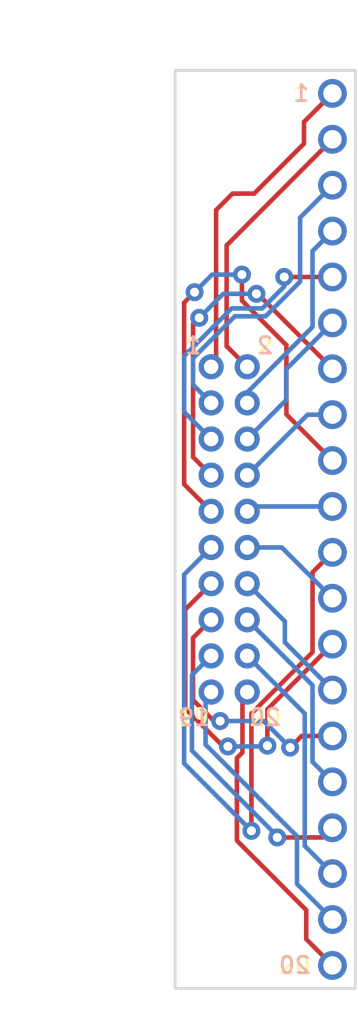
<source format=kicad_pcb>
(kicad_pcb (version 20171130) (host pcbnew "(5.1.6)-1")

  (general
    (thickness 1.6)
    (drawings 20)
    (tracks 114)
    (zones 0)
    (modules 4)
    (nets 21)
  )

  (page A4)
  (layers
    (0 F.Cu signal)
    (31 B.Cu signal)
    (32 B.Adhes user)
    (33 F.Adhes user)
    (34 B.Paste user)
    (35 F.Paste user)
    (36 B.SilkS user)
    (37 F.SilkS user)
    (38 B.Mask user)
    (39 F.Mask user)
    (40 Dwgs.User user)
    (41 Cmts.User user)
    (42 Eco1.User user)
    (43 Eco2.User user)
    (44 Edge.Cuts user)
    (45 Margin user)
    (46 B.CrtYd user)
    (47 F.CrtYd user)
    (48 B.Fab user)
    (49 F.Fab user)
  )

  (setup
    (last_trace_width 0.254)
    (trace_clearance 0.1778)
    (zone_clearance 0.508)
    (zone_45_only no)
    (trace_min 0.15494)
    (via_size 1)
    (via_drill 0.5)
    (via_min_size 0.4)
    (via_min_drill 0.3)
    (uvia_size 0.3)
    (uvia_drill 0.1)
    (uvias_allowed no)
    (uvia_min_size 0.2)
    (uvia_min_drill 0.1)
    (edge_width 0.15)
    (segment_width 0.15)
    (pcb_text_width 0.3)
    (pcb_text_size 1.5 1.5)
    (mod_edge_width 0.15)
    (mod_text_size 1 1)
    (mod_text_width 0.15)
    (pad_size 1.524 1.524)
    (pad_drill 0.762)
    (pad_to_mask_clearance 0.2)
    (aux_axis_origin 0 0)
    (visible_elements 7FFFFF7F)
    (pcbplotparams
      (layerselection 0x010f0_ffffffff)
      (usegerberextensions true)
      (usegerberattributes false)
      (usegerberadvancedattributes false)
      (creategerberjobfile false)
      (excludeedgelayer true)
      (linewidth 0.100000)
      (plotframeref false)
      (viasonmask false)
      (mode 1)
      (useauxorigin false)
      (hpglpennumber 1)
      (hpglpenspeed 20)
      (hpglpendiameter 15.000000)
      (psnegative false)
      (psa4output false)
      (plotreference true)
      (plotvalue true)
      (plotinvisibletext false)
      (padsonsilk false)
      (subtractmaskfromsilk true)
      (outputformat 1)
      (mirror false)
      (drillshape 0)
      (scaleselection 1)
      (outputdirectory "gerber/"))
  )

  (net 0 "")
  (net 1 /1)
  (net 2 /2)
  (net 3 /3)
  (net 4 /4)
  (net 5 /5)
  (net 6 /6)
  (net 7 /7)
  (net 8 /8)
  (net 9 /9)
  (net 10 /10)
  (net 11 /11)
  (net 12 /12)
  (net 13 /13)
  (net 14 /14)
  (net 15 /15)
  (net 16 /16)
  (net 17 /17)
  (net 18 /18)
  (net 19 /19)
  (net 20 /20)

  (net_class Default "これはデフォルトのネット クラスです。"
    (clearance 0.1778)
    (trace_width 0.254)
    (via_dia 1)
    (via_drill 0.5)
    (uvia_dia 0.3)
    (uvia_drill 0.1)
    (add_net /1)
    (add_net /10)
    (add_net /11)
    (add_net /12)
    (add_net /13)
    (add_net /14)
    (add_net /15)
    (add_net /16)
    (add_net /17)
    (add_net /18)
    (add_net /19)
    (add_net /2)
    (add_net /20)
    (add_net /3)
    (add_net /4)
    (add_net /5)
    (add_net /6)
    (add_net /7)
    (add_net /8)
    (add_net /9)
  )

  (module MountingHole:MountingHole_3.2mm_M3 (layer F.Cu) (tedit 56D1B4CB) (tstamp 5F310221)
    (at 53.5 159.8)
    (descr "Mounting Hole 3.2mm, no annular, M3")
    (tags "mounting hole 3.2mm no annular m3")
    (path /5F313C83)
    (attr virtual)
    (fp_text reference H1 (at 0 -4.2) (layer Dwgs.User) hide
      (effects (font (size 1 1) (thickness 0.15)))
    )
    (fp_text value MountingHole (at 0 4.2) (layer F.Fab) hide
      (effects (font (size 1 1) (thickness 0.15)))
    )
    (fp_circle (center 0 0) (end 3.2 0) (layer Cmts.User) (width 0.15))
    (fp_circle (center 0 0) (end 3.45 0) (layer F.CrtYd) (width 0.05))
    (fp_text user %R (at 0.3 0) (layer F.Fab)
      (effects (font (size 1 1) (thickness 0.15)))
    )
    (pad 1 np_thru_hole circle (at 0 0) (size 3.2 3.2) (drill 3.2) (layers *.Cu *.Mask))
  )

  (module MountingHole:MountingHole_3.2mm_M3 (layer F.Cu) (tedit 56D1B4CB) (tstamp 5F310229)
    (at 53.5 114.8)
    (descr "Mounting Hole 3.2mm, no annular, M3")
    (tags "mounting hole 3.2mm no annular m3")
    (path /5F314128)
    (attr virtual)
    (fp_text reference H2 (at 0 -4.2) (layer Dwgs.User) hide
      (effects (font (size 1 1) (thickness 0.15)))
    )
    (fp_text value MountingHole (at 0 4.2) (layer F.Fab) hide
      (effects (font (size 1 1) (thickness 0.15)))
    )
    (fp_circle (center 0 0) (end 3.45 0) (layer F.CrtYd) (width 0.05))
    (fp_circle (center 0 0) (end 3.2 0) (layer Cmts.User) (width 0.15))
    (fp_text user %R (at 0.3 0) (layer F.Fab)
      (effects (font (size 1 1) (thickness 0.15)))
    )
    (pad 1 np_thru_hole circle (at 0 0) (size 3.2 3.2) (drill 3.2) (layers *.Cu *.Mask))
  )

  (module user:USER_DIL_2mm_10X2_NoSilk (layer F.Cu) (tedit 5F30ECEC) (tstamp 5F3112CA)
    (at 53 137.3)
    (path /5C2842FE)
    (fp_text reference J1 (at 0 -11 unlocked) (layer Dwgs.User) hide
      (effects (font (size 1.016 1.016) (thickness 0.1778)))
    )
    (fp_text value 2.00_2x10P (at 0 11 unlocked) (layer Dwgs.User) hide
      (effects (font (size 0.9144 0.9144) (thickness 0.1524)))
    )
    (fp_line (start -2.75 13.67) (end 2.75 13.67) (layer Dwgs.User) (width 0.15))
    (fp_line (start -2.75 -13.67) (end -2.75 13.67) (layer Dwgs.User) (width 0.15))
    (fp_line (start 2.75 -13.67) (end -2.75 -13.67) (layer Dwgs.User) (width 0.15))
    (fp_line (start 2.75 13.67) (end 2.75 -13.67) (layer Dwgs.User) (width 0.15))
    (pad 1 thru_hole circle (at -1 -9) (size 1.4 1.4) (drill 0.8) (layers *.Cu *.Mask)
      (net 1 /1))
    (pad 2 thru_hole circle (at 1 -9) (size 1.4 1.4) (drill 0.8) (layers *.Cu *.Mask)
      (net 2 /2))
    (pad 5 thru_hole circle (at -1 -5) (size 1.4 1.4) (drill 0.8) (layers *.Cu *.Mask)
      (net 5 /5))
    (pad 6 thru_hole circle (at 1 -5) (size 1.4 1.4) (drill 0.8) (layers *.Cu *.Mask)
      (net 6 /6))
    (pad 3 thru_hole circle (at -1 -7) (size 1.4 1.4) (drill 0.8) (layers *.Cu *.Mask)
      (net 3 /3))
    (pad 4 thru_hole circle (at 1 -7) (size 1.4 1.4) (drill 0.8) (layers *.Cu *.Mask)
      (net 4 /4))
    (pad 7 thru_hole circle (at -1 -3) (size 1.4 1.4) (drill 0.8) (layers *.Cu *.Mask)
      (net 7 /7))
    (pad 8 thru_hole circle (at 1 -3) (size 1.4 1.4) (drill 0.8) (layers *.Cu *.Mask)
      (net 8 /8))
    (pad 9 thru_hole circle (at -1 -1) (size 1.4 1.4) (drill 0.8) (layers *.Cu *.Mask)
      (net 9 /9))
    (pad 10 thru_hole circle (at 1 -1) (size 1.4 1.4) (drill 0.8) (layers *.Cu *.Mask)
      (net 10 /10))
    (pad 11 thru_hole circle (at -1 1) (size 1.4 1.4) (drill 0.8) (layers *.Cu *.Mask)
      (net 11 /11))
    (pad 12 thru_hole circle (at 1 1) (size 1.4 1.4) (drill 0.8) (layers *.Cu *.Mask)
      (net 12 /12))
    (pad 13 thru_hole circle (at -1 3) (size 1.4 1.4) (drill 0.8) (layers *.Cu *.Mask)
      (net 13 /13))
    (pad 14 thru_hole circle (at 1 3) (size 1.4 1.4) (drill 0.8) (layers *.Cu *.Mask)
      (net 14 /14))
    (pad 15 thru_hole circle (at -1 5) (size 1.4 1.4) (drill 0.8) (layers *.Cu *.Mask)
      (net 15 /15))
    (pad 16 thru_hole circle (at 1 5) (size 1.4 1.4) (drill 0.8) (layers *.Cu *.Mask)
      (net 16 /16))
    (pad 17 thru_hole circle (at -1 7) (size 1.4 1.4) (drill 0.8) (layers *.Cu *.Mask)
      (net 17 /17))
    (pad 18 thru_hole circle (at 1 7) (size 1.4 1.4) (drill 0.8) (layers *.Cu *.Mask)
      (net 18 /18))
    (pad 19 thru_hole circle (at -1 9) (size 1.4 1.4) (drill 0.8) (layers *.Cu *.Mask)
      (net 19 /19))
    (pad 20 thru_hole circle (at 1 9) (size 1.4 1.4) (drill 0.8) (layers *.Cu *.Mask)
      (net 20 /20))
  )

  (module user:USER_SIL-20_NoSilk (layer F.Cu) (tedit 5E808356) (tstamp 5F3112E5)
    (at 58.73 137.3 270)
    (descr "Connecteur 3 pins")
    (tags "CONN DEV")
    (path /5C285000)
    (fp_text reference J2 (at 0 -2.54 90 unlocked) (layer F.SilkS) hide
      (effects (font (size 1.016 1.016) (thickness 0.1778)))
    )
    (fp_text value 2.54_1x20P (at 0 2.54 90) (layer Dwgs.User) hide
      (effects (font (size 1.016 1.016) (thickness 0.1778)))
    )
    (fp_line (start 25.4 1.27) (end -25.4 1.27) (layer Dwgs.User) (width 0.3048))
    (fp_line (start 25.4 -1.27) (end 25.4 1.27) (layer Dwgs.User) (width 0.3048))
    (fp_line (start -25.4 -1.27) (end 25.4 -1.27) (layer Dwgs.User) (width 0.3048))
    (fp_line (start -25.4 1.27) (end -25.4 -1.27) (layer Dwgs.User) (width 0.3048))
    (pad 14 thru_hole circle (at 8.89 0 270) (size 1.6 1.6) (drill 1.02) (layers *.Cu *.Mask)
      (net 14 /14))
    (pad 13 thru_hole circle (at 6.35 0 270) (size 1.6 1.6) (drill 1.02) (layers *.Cu *.Mask)
      (net 13 /13))
    (pad 12 thru_hole circle (at 3.81 0 270) (size 1.6 1.6) (drill 1.02) (layers *.Cu *.Mask)
      (net 12 /12))
    (pad 11 thru_hole circle (at 1.27 0 270) (size 1.6 1.6) (drill 1.02) (layers *.Cu *.Mask)
      (net 11 /11))
    (pad 2 thru_hole circle (at -21.59 0 270) (size 1.6 1.6) (drill 1.02) (layers *.Cu *.Mask)
      (net 2 /2))
    (pad 3 thru_hole circle (at -19.05 0 270) (size 1.6 1.6) (drill 1.02) (layers *.Cu *.Mask)
      (net 3 /3))
    (pad 4 thru_hole circle (at -16.51 0 270) (size 1.6 1.6) (drill 1.02) (layers *.Cu *.Mask)
      (net 4 /4))
    (pad 5 thru_hole circle (at -13.97 0 270) (size 1.6 1.6) (drill 1.02) (layers *.Cu *.Mask)
      (net 5 /5))
    (pad 6 thru_hole circle (at -11.43 0 270) (size 1.6 1.6) (drill 1.02) (layers *.Cu *.Mask)
      (net 6 /6))
    (pad 7 thru_hole circle (at -8.89 0 270) (size 1.6 1.6) (drill 1.02) (layers *.Cu *.Mask)
      (net 7 /7))
    (pad 1 thru_hole circle (at -24.13 0 270) (size 1.6 1.6) (drill 1.02) (layers *.Cu *.Mask)
      (net 1 /1))
    (pad 8 thru_hole circle (at -6.35 0 270) (size 1.6 1.6) (drill 1.02) (layers *.Cu *.Mask)
      (net 8 /8))
    (pad 9 thru_hole circle (at -3.81 0 270) (size 1.6 1.6) (drill 1.02) (layers *.Cu *.Mask)
      (net 9 /9))
    (pad 10 thru_hole circle (at -1.27 0 270) (size 1.6 1.6) (drill 1.02) (layers *.Cu *.Mask)
      (net 10 /10))
    (pad 15 thru_hole circle (at 11.43 0 270) (size 1.6 1.6) (drill 1.02) (layers *.Cu *.Mask)
      (net 15 /15))
    (pad 16 thru_hole circle (at 13.97 0 270) (size 1.6 1.6) (drill 1.02) (layers *.Cu *.Mask)
      (net 16 /16))
    (pad 17 thru_hole circle (at 16.51 0 270) (size 1.6 1.6) (drill 1.02) (layers *.Cu *.Mask)
      (net 17 /17))
    (pad 18 thru_hole circle (at 19.05 0 270) (size 1.6 1.6) (drill 1.02) (layers *.Cu *.Mask)
      (net 18 /18))
    (pad 19 thru_hole circle (at 21.59 0 270) (size 1.6 1.6) (drill 1.02) (layers *.Cu *.Mask)
      (net 19 /19))
    (pad 20 thru_hole circle (at 24.13 0 270) (size 1.6 1.6) (drill 1.02) (layers *.Cu *.Mask)
      (net 20 /20))
  )

  (dimension 3.500357 (width 0.15) (layer Dwgs.User)
    (gr_text "3.500 mm" (at 51.671034 165.302576 359.1815445) (layer Dwgs.User)
      (effects (font (size 1 1) (thickness 0.15)))
    )
    (feature1 (pts (xy 53.5 159.8) (xy 53.431228 164.61407)))
    (feature2 (pts (xy 50 159.75) (xy 49.931228 164.56407)))
    (crossbar (pts (xy 49.939604 163.977709) (xy 53.439604 164.027709)))
    (arrow1a (pts (xy 53.439604 164.027709) (xy 52.304839 164.597979)))
    (arrow1b (pts (xy 53.439604 164.027709) (xy 52.321592 163.425257)))
    (arrow2a (pts (xy 49.939604 163.977709) (xy 51.057616 164.580161)))
    (arrow2b (pts (xy 49.939604 163.977709) (xy 51.074369 163.407439)))
  )
  (dimension 10 (width 0.15) (layer Dwgs.User)
    (gr_text "10.000 mm" (at 55 108.700001) (layer Dwgs.User)
      (effects (font (size 1 1) (thickness 0.15)))
    )
    (feature1 (pts (xy 50 111.9) (xy 50 109.41358)))
    (feature2 (pts (xy 60 111.9) (xy 60 109.41358)))
    (crossbar (pts (xy 60 110.000001) (xy 50 110.000001)))
    (arrow1a (pts (xy 50 110.000001) (xy 51.126504 109.41358)))
    (arrow1b (pts (xy 50 110.000001) (xy 51.126504 110.586422)))
    (arrow2a (pts (xy 60 110.000001) (xy 58.873496 109.41358)))
    (arrow2b (pts (xy 60 110.000001) (xy 58.873496 110.586422)))
  )
  (dimension 45 (width 0.15) (layer Dwgs.User)
    (gr_text "45.000 mm" (at 47.200001 137.3 270) (layer Dwgs.User)
      (effects (font (size 1 1) (thickness 0.15)))
    )
    (feature1 (pts (xy 53.5 159.8) (xy 47.91358 159.8)))
    (feature2 (pts (xy 53.5 114.8) (xy 47.91358 114.8)))
    (crossbar (pts (xy 48.500001 114.8) (xy 48.500001 159.8)))
    (arrow1a (pts (xy 48.500001 159.8) (xy 47.91358 158.673496)))
    (arrow1b (pts (xy 48.500001 159.8) (xy 49.086422 158.673496)))
    (arrow2a (pts (xy 48.500001 114.8) (xy 47.91358 115.926504)))
    (arrow2b (pts (xy 48.500001 114.8) (xy 49.086422 115.926504)))
  )
  (dimension 50.8 (width 0.15) (layer Dwgs.User)
    (gr_text "50.800 mm" (at 43.950001 137.3 270) (layer Dwgs.User)
      (effects (font (size 1 1) (thickness 0.15)))
    )
    (feature1 (pts (xy 50 162.7) (xy 44.66358 162.7)))
    (feature2 (pts (xy 50 111.9) (xy 44.66358 111.9)))
    (crossbar (pts (xy 45.250001 111.9) (xy 45.250001 162.7)))
    (arrow1a (pts (xy 45.250001 162.7) (xy 44.66358 161.573496)))
    (arrow1b (pts (xy 45.250001 162.7) (xy 45.836422 161.573496)))
    (arrow2a (pts (xy 45.250001 111.9) (xy 44.66358 113.026504)))
    (arrow2b (pts (xy 45.250001 111.9) (xy 45.836422 113.026504)))
  )
  (gr_line (start 50 111.9) (end 50 162.7) (angle 90) (layer Edge.Cuts) (width 0.15) (tstamp 5C285847))
  (gr_line (start 50 162.7) (end 60 162.7) (angle 90) (layer Edge.Cuts) (width 0.15) (tstamp 5C285846))
  (gr_line (start 60 162.7) (end 60 111.9) (angle 90) (layer Edge.Cuts) (width 0.15) (tstamp 5C285845))
  (gr_line (start 60 111.9) (end 50 111.9) (angle 90) (layer Edge.Cuts) (width 0.15) (tstamp 5F3102C2))
  (gr_text 1 (at 51 127.127) (layer F.SilkS) (tstamp 5C285843)
    (effects (font (size 0.9144 0.9144) (thickness 0.1524)))
  )
  (gr_text 2 (at 54.991 127.127) (layer F.SilkS) (tstamp 5C285842)
    (effects (font (size 0.9144 0.9144) (thickness 0.1524)))
  )
  (gr_text 19 (at 51 147.701) (layer F.SilkS) (tstamp 5C285841)
    (effects (font (size 0.9144 0.9144) (thickness 0.1524)))
  )
  (gr_text 20 (at 55 147.701) (layer F.SilkS) (tstamp 5C285840)
    (effects (font (size 0.9144 0.9144) (thickness 0.1524)))
  )
  (gr_text 1 (at 57 113.157) (layer F.SilkS) (tstamp 5C28583F)
    (effects (font (size 0.9144 0.9144) (thickness 0.1524)))
  )
  (gr_text 20 (at 56.642 161.417) (layer F.SilkS) (tstamp 5C28583E)
    (effects (font (size 0.9144 0.9144) (thickness 0.1524)))
  )
  (gr_text 1 (at 57 113.157) (layer B.SilkS) (tstamp 5C28583D)
    (effects (font (size 0.9144 0.9144) (thickness 0.1524)) (justify mirror))
  )
  (gr_text 20 (at 56.642 161.417) (layer B.SilkS) (tstamp 5C28583C)
    (effects (font (size 0.9144 0.9144) (thickness 0.1524)) (justify mirror))
  )
  (gr_text 2 (at 54.991 127.127) (layer B.SilkS) (tstamp 5C28583B)
    (effects (font (size 0.9144 0.9144) (thickness 0.1524)) (justify mirror))
  )
  (gr_text 1 (at 51 127.127) (layer B.SilkS) (tstamp 5C28583A)
    (effects (font (size 0.9144 0.9144) (thickness 0.1524)) (justify mirror))
  )
  (gr_text 19 (at 51.054 147.701) (layer B.SilkS) (tstamp 5C285839)
    (effects (font (size 0.9144 0.9144) (thickness 0.1524)) (justify mirror))
  )
  (gr_text 20 (at 54.991 147.701) (layer B.SilkS) (tstamp 5C285838)
    (effects (font (size 0.9144 0.9144) (thickness 0.1524)) (justify mirror))
  )

  (segment (start 52 128.3) (end 52.2759 128.0241) (width 0.254) (layer F.Cu) (net 1))
  (segment (start 52.2759 128.0241) (end 52.2759 119.6241) (width 0.254) (layer F.Cu) (net 1))
  (segment (start 58.73 113.17) (end 57.15 114.75) (width 0.254) (layer F.Cu) (net 1))
  (segment (start 57.15 114.75) (end 57.15 115.951) (width 0.254) (layer F.Cu) (net 1))
  (segment (start 57.15 115.951) (end 54.385 118.716) (width 0.254) (layer F.Cu) (net 1))
  (segment (start 54.385 118.716) (end 53.184 118.716) (width 0.254) (layer F.Cu) (net 1))
  (segment (start 52.2759 119.6241) (end 53.184 118.716) (width 0.254) (layer F.Cu) (net 1))
  (segment (start 58.73 115.71) (end 52.8585 121.5815) (width 0.254) (layer F.Cu) (net 2))
  (segment (start 52.8585 121.5815) (end 52.8585 127.1585) (width 0.254) (layer F.Cu) (net 2))
  (segment (start 52.8585 127.1585) (end 54 128.3) (width 0.254) (layer F.Cu) (net 2))
  (segment (start 52 130.3) (end 50.9946 129.2946) (width 0.254) (layer B.Cu) (net 3))
  (segment (start 50.9946 129.2946) (end 50.9946 127.8239) (width 0.254) (layer B.Cu) (net 3))
  (segment (start 50.9946 127.8239) (end 53.3124 125.5061) (width 0.254) (layer B.Cu) (net 3))
  (segment (start 53.3124 125.5061) (end 55.0184 125.5061) (width 0.254) (layer B.Cu) (net 3))
  (segment (start 55.0184 125.5061) (end 56.9369 123.5876) (width 0.254) (layer B.Cu) (net 3))
  (segment (start 56.9369 123.5876) (end 56.9369 120.0431) (width 0.254) (layer B.Cu) (net 3))
  (segment (start 56.9369 120.0431) (end 58.73 118.25) (width 0.254) (layer B.Cu) (net 3))
  (segment (start 58.73 120.79) (end 57.6249 121.8951) (width 0.254) (layer B.Cu) (net 4))
  (segment (start 57.6249 121.8951) (end 57.6249 126.0968) (width 0.254) (layer B.Cu) (net 4))
  (segment (start 57.6249 126.0968) (end 54 129.7217) (width 0.254) (layer B.Cu) (net 4))
  (segment (start 54 129.7217) (end 54 130.3) (width 0.254) (layer B.Cu) (net 4))
  (segment (start 58.73 123.33) (end 56.0543 123.33) (width 0.254) (layer F.Cu) (net 5))
  (segment (start 52 132.3) (end 50.5021 130.8021) (width 0.254) (layer B.Cu) (net 5))
  (segment (start 50.5021 130.8021) (end 50.5021 127.7051) (width 0.254) (layer B.Cu) (net 5))
  (segment (start 50.5021 127.7051) (end 53.14 125.0672) (width 0.254) (layer B.Cu) (net 5))
  (segment (start 53.14 125.0672) (end 54.8462 125.0672) (width 0.254) (layer B.Cu) (net 5))
  (segment (start 54.8462 125.0672) (end 56.0543 123.8591) (width 0.254) (layer B.Cu) (net 5))
  (segment (start 56.0543 123.8591) (end 56.0543 123.33) (width 0.254) (layer B.Cu) (net 5))
  (via (at 56.0543 123.33) (size 1) (layers F.Cu B.Cu) (net 5))
  (segment (start 54 132.3) (end 56.1621 130.1379) (width 0.254) (layer B.Cu) (net 6))
  (segment (start 56.1621 130.1379) (end 56.1621 128.4379) (width 0.254) (layer B.Cu) (net 6))
  (segment (start 56.1621 128.4379) (end 58.73 125.87) (width 0.254) (layer B.Cu) (net 6))
  (segment (start 51.3397 125.5898) (end 50.9948 125.9347) (width 0.254) (layer F.Cu) (net 7))
  (segment (start 50.9948 125.9347) (end 50.9948 133.2948) (width 0.254) (layer F.Cu) (net 7))
  (segment (start 50.9948 133.2948) (end 52 134.3) (width 0.254) (layer F.Cu) (net 7))
  (segment (start 54.5126 124.2621) (end 52.6674 124.2621) (width 0.254) (layer B.Cu) (net 7))
  (segment (start 52.6674 124.2621) (end 51.3397 125.5898) (width 0.254) (layer B.Cu) (net 7))
  (segment (start 58.73 128.41) (end 54.5821 124.2621) (width 0.254) (layer F.Cu) (net 7))
  (segment (start 54.5821 124.2621) (end 54.5126 124.2621) (width 0.254) (layer F.Cu) (net 7))
  (via (at 51.3397 125.5898) (size 1) (layers F.Cu B.Cu) (net 7))
  (via (at 54.5126 124.2621) (size 1) (layers F.Cu B.Cu) (net 7))
  (segment (start 58.73 130.95) (end 57.35 130.95) (width 0.254) (layer B.Cu) (net 8))
  (segment (start 57.35 130.95) (end 54 134.3) (width 0.254) (layer B.Cu) (net 8))
  (segment (start 58.73 133.49) (end 56.1751 130.9351) (width 0.254) (layer F.Cu) (net 9))
  (segment (start 56.1751 130.9351) (end 56.1751 127.1026) (width 0.254) (layer F.Cu) (net 9))
  (segment (start 56.1751 127.1026) (end 53.7074 124.6349) (width 0.254) (layer F.Cu) (net 9))
  (segment (start 53.7074 124.6349) (end 53.7074 123.1988) (width 0.254) (layer F.Cu) (net 9))
  (segment (start 51.0795 124.1723) (end 52.053 123.1988) (width 0.254) (layer B.Cu) (net 9))
  (segment (start 52.053 123.1988) (end 53.7074 123.1988) (width 0.254) (layer B.Cu) (net 9))
  (segment (start 51.0795 124.1723) (end 50.5021 124.7497) (width 0.254) (layer F.Cu) (net 9))
  (segment (start 50.5021 124.7497) (end 50.5021 134.8021) (width 0.254) (layer F.Cu) (net 9))
  (segment (start 50.5021 134.8021) (end 52 136.3) (width 0.254) (layer F.Cu) (net 9))
  (via (at 51.0795 124.1723) (size 1) (layers F.Cu B.Cu) (net 9))
  (via (at 53.7074 123.1988) (size 1) (layers F.Cu B.Cu) (net 9))
  (segment (start 58.73 136.03) (end 54.27 136.03) (width 0.254) (layer B.Cu) (net 10))
  (segment (start 54.27 136.03) (end 54 136.3) (width 0.254) (layer B.Cu) (net 10))
  (segment (start 54.2331 153.9799) (end 50.5021 150.2489) (width 0.254) (layer B.Cu) (net 11))
  (segment (start 50.5021 150.2489) (end 50.5021 139.7979) (width 0.254) (layer B.Cu) (net 11))
  (segment (start 50.5021 139.7979) (end 52 138.3) (width 0.254) (layer B.Cu) (net 11))
  (segment (start 58.73 138.57) (end 57.6248 139.6752) (width 0.254) (layer F.Cu) (net 11))
  (segment (start 57.6248 139.6752) (end 57.6248 144.0969) (width 0.254) (layer F.Cu) (net 11))
  (segment (start 57.6248 144.0969) (end 54.2331 147.4886) (width 0.254) (layer F.Cu) (net 11))
  (segment (start 54.2331 147.4886) (end 54.2331 153.9799) (width 0.254) (layer F.Cu) (net 11))
  (via (at 54.2331 153.9799) (size 1) (layers F.Cu B.Cu) (net 11))
  (segment (start 58.73 141.11) (end 55.92 138.3) (width 0.254) (layer B.Cu) (net 12))
  (segment (start 55.92 138.3) (end 54 138.3) (width 0.254) (layer B.Cu) (net 12))
  (segment (start 55.1193 149.2674) (end 55.0756 149.3111) (width 0.254) (layer B.Cu) (net 13))
  (segment (start 55.0756 149.3111) (end 52.9316 149.3111) (width 0.254) (layer B.Cu) (net 13))
  (segment (start 52 140.3) (end 50.5626 141.7374) (width 0.254) (layer F.Cu) (net 13))
  (segment (start 50.5626 141.7374) (end 50.5626 147.2032) (width 0.254) (layer F.Cu) (net 13))
  (segment (start 50.5626 147.2032) (end 52.6705 149.3111) (width 0.254) (layer F.Cu) (net 13))
  (segment (start 52.6705 149.3111) (end 52.9316 149.3111) (width 0.254) (layer F.Cu) (net 13))
  (segment (start 58.73 143.65) (end 55.1193 147.2607) (width 0.254) (layer F.Cu) (net 13))
  (segment (start 55.1193 147.2607) (end 55.1193 149.2674) (width 0.254) (layer F.Cu) (net 13))
  (via (at 52.9316 149.3111) (size 1) (layers F.Cu B.Cu) (net 13))
  (via (at 55.1193 149.2674) (size 1) (layers F.Cu B.Cu) (net 13))
  (segment (start 58.73 146.19) (end 56.0881 143.5481) (width 0.254) (layer B.Cu) (net 14))
  (segment (start 56.0881 143.5481) (end 56.0881 142.3881) (width 0.254) (layer B.Cu) (net 14))
  (segment (start 56.0881 142.3881) (end 54 140.3) (width 0.254) (layer B.Cu) (net 14))
  (segment (start 58.73 148.73) (end 57.0241 148.73) (width 0.254) (layer F.Cu) (net 15))
  (segment (start 57.0241 148.73) (end 56.3831 149.371) (width 0.254) (layer F.Cu) (net 15))
  (segment (start 52.4991 147.9043) (end 54.9164 147.9043) (width 0.254) (layer B.Cu) (net 15))
  (segment (start 54.9164 147.9043) (end 56.3831 149.371) (width 0.254) (layer B.Cu) (net 15))
  (segment (start 52.4991 147.9043) (end 52.1566 147.9043) (width 0.254) (layer F.Cu) (net 15))
  (segment (start 52.1566 147.9043) (end 50.9948 146.7425) (width 0.254) (layer F.Cu) (net 15))
  (segment (start 50.9948 146.7425) (end 50.9948 143.3052) (width 0.254) (layer F.Cu) (net 15))
  (segment (start 50.9948 143.3052) (end 52 142.3) (width 0.254) (layer F.Cu) (net 15))
  (via (at 52.4991 147.9043) (size 1) (layers F.Cu B.Cu) (net 15))
  (via (at 56.3831 149.371) (size 1) (layers F.Cu B.Cu) (net 15))
  (segment (start 58.73 151.27) (end 57.6248 150.1648) (width 0.254) (layer B.Cu) (net 16))
  (segment (start 57.6248 150.1648) (end 57.6248 145.9248) (width 0.254) (layer B.Cu) (net 16))
  (segment (start 57.6248 145.9248) (end 54 142.3) (width 0.254) (layer B.Cu) (net 16))
  (segment (start 58.73 153.81) (end 58.1928 154.3472) (width 0.254) (layer F.Cu) (net 17))
  (segment (start 58.1928 154.3472) (end 55.6688 154.3472) (width 0.254) (layer F.Cu) (net 17))
  (segment (start 55.6688 154.3472) (end 55.6688 154.2769) (width 0.254) (layer B.Cu) (net 17))
  (segment (start 55.6688 154.2769) (end 50.9343 149.5424) (width 0.254) (layer B.Cu) (net 17))
  (segment (start 50.9343 149.5424) (end 50.9343 145.3657) (width 0.254) (layer B.Cu) (net 17))
  (segment (start 50.9343 145.3657) (end 52 144.3) (width 0.254) (layer B.Cu) (net 17))
  (via (at 55.6688 154.3472) (size 1) (layers F.Cu B.Cu) (net 17))
  (segment (start 58.73 156.35) (end 57.1926 154.8126) (width 0.254) (layer B.Cu) (net 18))
  (segment (start 57.1926 154.8126) (end 57.1926 147.4926) (width 0.254) (layer B.Cu) (net 18))
  (segment (start 57.1926 147.4926) (end 54 144.3) (width 0.254) (layer B.Cu) (net 18))
  (segment (start 58.73 158.89) (end 56.7604 156.9204) (width 0.254) (layer B.Cu) (net 19))
  (segment (start 56.7604 156.9204) (end 56.7604 154.2788) (width 0.254) (layer B.Cu) (net 19))
  (segment (start 56.7604 154.2788) (end 51.6886 149.207) (width 0.254) (layer B.Cu) (net 19))
  (segment (start 51.6886 149.207) (end 51.6886 146.6114) (width 0.254) (layer B.Cu) (net 19))
  (segment (start 51.6886 146.6114) (end 52 146.3) (width 0.254) (layer B.Cu) (net 19))
  (segment (start 53.428 149.9534) (end 53.7367 149.6447) (width 0.254) (layer F.Cu) (net 20))
  (segment (start 53.7367 149.6447) (end 53.7367 146.5633) (width 0.254) (layer F.Cu) (net 20))
  (segment (start 53.7367 146.5633) (end 54 146.3) (width 0.254) (layer F.Cu) (net 20))
  (segment (start 58.73 161.43) (end 57.277 159.977) (width 0.254) (layer F.Cu) (net 20))
  (segment (start 57.277 158.369) (end 53.428 154.52) (width 0.254) (layer F.Cu) (net 20))
  (segment (start 57.277 159.977) (end 57.277 158.369) (width 0.254) (layer F.Cu) (net 20))
  (segment (start 53.428 154.52) (end 53.428 149.9534) (width 0.254) (layer F.Cu) (net 20))

  (zone (net 0) (net_name "") (layers F&B.Cu) (tstamp 0) (hatch edge 0.508)
    (connect_pads (clearance 0.508))
    (min_thickness 0.254)
    (keepout (tracks allowed) (vias not_allowed) (copperpour allowed))
    (fill (arc_segments 32) (thermal_gap 0.508) (thermal_bridge_width 0.508))
    (polygon
      (pts
        (xy 55.75 148.193) (xy 54.25 148.193) (xy 54.25 147.193) (xy 55.75 147.193)
      )
    )
  )
  (zone (net 0) (net_name "") (layers F&B.Cu) (tstamp 0) (hatch edge 0.508)
    (connect_pads (clearance 0.508))
    (min_thickness 0.254)
    (keepout (tracks allowed) (vias not_allowed) (copperpour allowed))
    (fill (arc_segments 32) (thermal_gap 0.508) (thermal_bridge_width 0.508))
    (polygon
      (pts
        (xy 51.796 148.193) (xy 50.419 148.201) (xy 50.419 147.201) (xy 51.796 147.193)
      )
    )
  )
  (zone (net 0) (net_name "") (layers F&B.Cu) (tstamp 0) (hatch edge 0.508)
    (connect_pads (clearance 0.508))
    (min_thickness 0.254)
    (keepout (tracks allowed) (vias not_allowed) (copperpour allowed))
    (fill (arc_segments 32) (thermal_gap 0.508) (thermal_bridge_width 0.508))
    (polygon
      (pts
        (xy 55.387575 127.635) (xy 54.387575 127.635) (xy 54.387575 126.635) (xy 55.387575 126.635)
      )
    )
  )
  (zone (net 0) (net_name "") (layers F&B.Cu) (tstamp 0) (hatch edge 0.508)
    (connect_pads (clearance 0.508))
    (min_thickness 0.254)
    (keepout (tracks allowed) (vias not_allowed) (copperpour allowed))
    (fill (arc_segments 32) (thermal_gap 0.508) (thermal_bridge_width 0.508))
    (polygon
      (pts
        (xy 51.472463 127.635) (xy 50.472463 127.635) (xy 50.472463 126.635) (xy 51.472463 126.635)
      )
    )
  )
)

</source>
